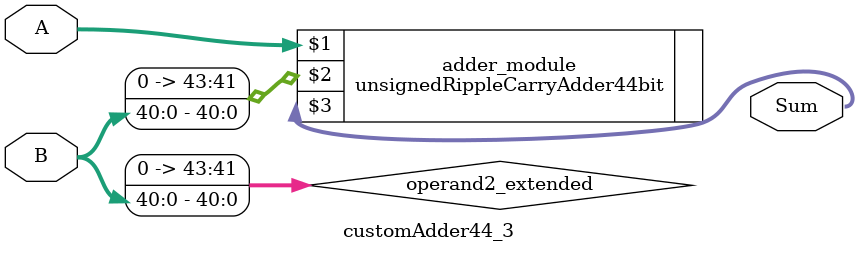
<source format=v>
module customAdder44_3(
                        input [43 : 0] A,
                        input [40 : 0] B,
                        
                        output [44 : 0] Sum
                );

        wire [43 : 0] operand2_extended;
        
        assign operand2_extended =  {3'b0, B};
        
        unsignedRippleCarryAdder44bit adder_module(
            A,
            operand2_extended,
            Sum
        );
        
        endmodule
        
</source>
